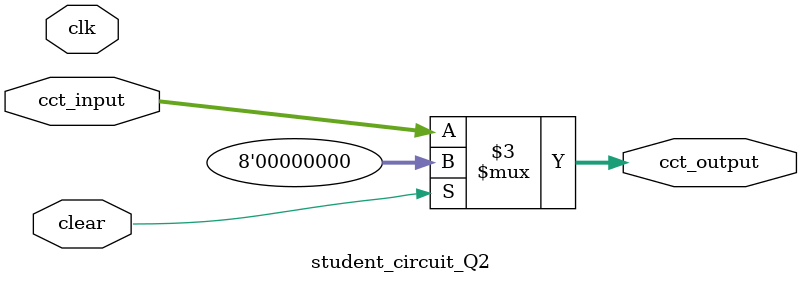
<source format=sv>

module student_circuit_Q2 (
  input wire        clk,
  input wire        clear,
  input wire  [7:0] cct_input,
  output reg  [7:0] cct_output
);

// initial circuit - should give 16'H622D in testbench for seed 8'HAA
// (replace with a different circuit as directed in the preamble)

  always @ *
    if (clear)
		  cct_output  = 8'H0;
    else
      cct_output  = cct_input;

endmodule

</source>
